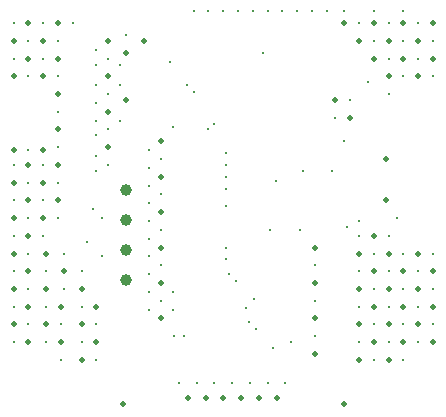
<source format=gbr>
%TF.GenerationSoftware,KiCad,Pcbnew,9.0.6*%
%TF.CreationDate,2026-01-08T09:33:58+01:00*%
%TF.ProjectId,Adapat_24pin_22pin,41646170-6174-45f3-9234-70696e5f3232,rev?*%
%TF.SameCoordinates,Original*%
%TF.FileFunction,Plated,1,4,PTH,Drill*%
%TF.FilePolarity,Positive*%
%FSLAX46Y46*%
G04 Gerber Fmt 4.6, Leading zero omitted, Abs format (unit mm)*
G04 Created by KiCad (PCBNEW 9.0.6) date 2026-01-08 09:33:58*
%MOMM*%
%LPD*%
G01*
G04 APERTURE LIST*
%TA.AperFunction,ViaDrill*%
%ADD10C,0.300000*%
%TD*%
%TA.AperFunction,ViaDrill*%
%ADD11C,0.500000*%
%TD*%
%TA.AperFunction,ComponentDrill*%
%ADD12C,1.000000*%
%TD*%
G04 APERTURE END LIST*
D10*
X17500000Y-18000000D03*
X17500000Y-21000000D03*
X17500000Y-30000000D03*
X17500000Y-33000000D03*
X17500000Y-36000000D03*
X17500000Y-39000000D03*
X17500000Y-42000000D03*
X17500000Y-45000000D03*
X18750000Y-19500000D03*
X18750000Y-22500000D03*
X18750000Y-28750000D03*
X18750000Y-31500000D03*
X18750000Y-34500000D03*
X18750000Y-37500000D03*
X18750000Y-40500000D03*
X18750000Y-43500000D03*
X20000000Y-18000000D03*
X20000000Y-21000000D03*
X20000000Y-30000000D03*
X20000000Y-33000000D03*
X20000000Y-36000000D03*
X20250000Y-39000000D03*
X20250000Y-42000000D03*
X20250000Y-45000000D03*
X21250000Y-19500000D03*
X21250000Y-22500000D03*
X21250000Y-25500000D03*
X21250000Y-28500000D03*
X21250000Y-31500000D03*
X21250000Y-34500000D03*
X21500000Y-43500000D03*
X21500000Y-46500000D03*
X21740000Y-37500000D03*
X21750000Y-40500000D03*
X22500000Y-18000000D03*
X23250000Y-39000000D03*
X23250000Y-42000000D03*
X23250000Y-45000000D03*
X23750000Y-36500000D03*
X24250000Y-33750000D03*
X24500000Y-20250000D03*
X24500000Y-21500000D03*
X24500000Y-23250000D03*
X24500000Y-24750000D03*
X24500000Y-26250000D03*
X24500000Y-27500000D03*
X24500000Y-29250000D03*
X24500000Y-30500000D03*
X24500000Y-43500000D03*
X24500000Y-46500000D03*
X25000000Y-34500000D03*
X25000000Y-37750000D03*
X25500000Y-21000000D03*
X25500000Y-24000000D03*
X25500000Y-27000000D03*
X25500000Y-30000000D03*
X26500000Y-21500000D03*
X26500000Y-23250000D03*
X26500000Y-26250000D03*
X27000000Y-19000000D03*
X29000000Y-28750000D03*
X29000000Y-30250000D03*
X29000000Y-31750000D03*
X29000000Y-33250000D03*
X29000000Y-34750000D03*
X29000000Y-36250000D03*
X29000000Y-37750000D03*
X29000000Y-39250000D03*
X29000000Y-40750000D03*
X29000000Y-42250000D03*
X30000000Y-29500000D03*
X30000000Y-32500000D03*
X30000000Y-35500000D03*
X30000000Y-38500000D03*
X30000000Y-41500000D03*
X30750000Y-21250000D03*
X31000000Y-26750000D03*
X31000000Y-40750000D03*
X31000000Y-42250000D03*
X31075000Y-44500000D03*
X31500000Y-48500000D03*
X31925000Y-44500000D03*
X32199479Y-23199479D03*
X32750000Y-17000000D03*
X32800521Y-23800521D03*
X33000000Y-48500000D03*
X34000000Y-17000000D03*
X34000000Y-27000000D03*
X34500000Y-26500000D03*
X34500000Y-48500000D03*
X35250000Y-17000000D03*
X35482999Y-29000000D03*
X35482999Y-30000000D03*
X35500000Y-31000000D03*
X35500000Y-32000000D03*
X35500000Y-33500000D03*
X35500000Y-37000000D03*
X35500000Y-38000000D03*
X35699479Y-39199479D03*
X36000000Y-48500000D03*
X36300521Y-39800521D03*
X36500000Y-17000000D03*
X37150000Y-42150000D03*
X37457149Y-43325236D03*
X37500000Y-48500000D03*
X37750000Y-17000000D03*
X37850000Y-41340000D03*
X38058191Y-43926278D03*
X38650000Y-20500000D03*
X39000000Y-17000000D03*
X39000000Y-48500000D03*
X39250000Y-35500000D03*
X39500000Y-45500000D03*
X39750000Y-31350000D03*
X40250000Y-17000000D03*
X40500000Y-48500000D03*
X41000000Y-45000000D03*
X41500000Y-17000000D03*
X41775000Y-35500000D03*
X42000000Y-30500000D03*
X42750000Y-17000000D03*
X43000000Y-38500000D03*
X43000000Y-41500000D03*
X43000000Y-44500000D03*
X44000000Y-17000000D03*
X44500000Y-30500000D03*
X44750000Y-26000000D03*
X45500000Y-17000000D03*
X45500000Y-28000000D03*
X45750000Y-35250000D03*
X46000000Y-24500000D03*
X46750000Y-18000000D03*
X46750000Y-34750000D03*
X46750000Y-36000000D03*
X46750000Y-39000000D03*
X46750000Y-42000000D03*
X46750000Y-45000000D03*
X47500000Y-23000000D03*
X48000000Y-17000000D03*
X48000000Y-19500000D03*
X48000000Y-37500000D03*
X48000000Y-40500000D03*
X48000000Y-43500000D03*
X48000000Y-46500000D03*
X49250000Y-18000000D03*
X49250000Y-21000000D03*
X49250000Y-24000000D03*
X49250000Y-36000000D03*
X49250000Y-39000000D03*
X49250000Y-42000000D03*
X49250000Y-45000000D03*
X50000000Y-34500000D03*
X50500000Y-17000000D03*
X50500000Y-19500000D03*
X50500000Y-22500000D03*
X50500000Y-37500000D03*
X50500000Y-40500000D03*
X50500000Y-43500000D03*
X50500000Y-46500000D03*
X51750000Y-18000000D03*
X51750000Y-21000000D03*
X51750000Y-39000000D03*
X51750000Y-42000000D03*
X51750000Y-45000000D03*
X53000000Y-19500000D03*
X53000000Y-22500000D03*
X53000000Y-37500000D03*
X53000000Y-40500000D03*
X53000000Y-43500000D03*
D11*
X17500000Y-19500000D03*
X17500000Y-22500000D03*
X17500000Y-28750000D03*
X17500000Y-31500000D03*
X17500000Y-34500000D03*
X17500000Y-37500000D03*
X17500000Y-40500000D03*
X17500000Y-43500000D03*
X18750000Y-18000000D03*
X18750000Y-21000000D03*
X18750000Y-30000000D03*
X18750000Y-33000000D03*
X18750000Y-36000000D03*
X18750000Y-39000000D03*
X18750000Y-42000000D03*
X18750000Y-45000000D03*
X20000000Y-19500000D03*
X20000000Y-22500000D03*
X20000000Y-28750000D03*
X20000000Y-31500000D03*
X20000000Y-34500000D03*
X20250000Y-37500000D03*
X20250000Y-40500000D03*
X20250000Y-43500000D03*
X21250000Y-18000000D03*
X21250000Y-21000000D03*
X21250000Y-24000000D03*
X21250000Y-27000000D03*
X21250000Y-30000000D03*
X21250000Y-33000000D03*
X21500000Y-42000000D03*
X21500000Y-45000000D03*
X21750000Y-39000000D03*
X23250000Y-40500000D03*
X23250000Y-43500000D03*
X23250000Y-46500000D03*
X24500000Y-42000000D03*
X24500000Y-45000000D03*
X25500000Y-19500000D03*
X25500000Y-22500000D03*
X25500000Y-25500000D03*
X25500000Y-28500000D03*
X26750000Y-50250000D03*
X27000000Y-20500000D03*
X27000000Y-24500000D03*
X28500000Y-19500000D03*
X30000000Y-28000000D03*
X30000000Y-31000000D03*
X30000000Y-34000000D03*
X30000000Y-37000000D03*
X30000000Y-40000000D03*
X30000000Y-43000000D03*
X32250000Y-49750000D03*
X33750000Y-49750000D03*
X35250000Y-49750000D03*
X36750000Y-49750000D03*
X38250000Y-49750000D03*
X39809597Y-49754438D03*
X43000000Y-37000000D03*
X43000000Y-40000000D03*
X43000000Y-43000000D03*
X43000000Y-46000000D03*
X44750000Y-24500000D03*
X45500000Y-18000000D03*
X45500000Y-50250000D03*
X46000000Y-26000000D03*
X46750000Y-19500000D03*
X46750000Y-37500000D03*
X46750000Y-40500000D03*
X46750000Y-43500000D03*
X46750000Y-46500000D03*
X48000000Y-18000000D03*
X48000000Y-21000000D03*
X48000000Y-36000000D03*
X48000000Y-39000000D03*
X48000000Y-42000000D03*
X48000000Y-45000000D03*
X49000000Y-29500000D03*
X49000000Y-33000000D03*
X49250000Y-19500000D03*
X49250000Y-22500000D03*
X49250000Y-37500000D03*
X49250000Y-40500000D03*
X49250000Y-43500000D03*
X49250000Y-46500000D03*
X50500000Y-18000000D03*
X50500000Y-21000000D03*
X50500000Y-39000000D03*
X50500000Y-42000000D03*
X50500000Y-45000000D03*
X51750000Y-19500000D03*
X51750000Y-22500000D03*
X51750000Y-37500000D03*
X51750000Y-40500000D03*
X51750000Y-43500000D03*
X53000000Y-18000000D03*
X53000000Y-21000000D03*
X53000000Y-39000000D03*
X53000000Y-42000000D03*
X53000000Y-45000000D03*
D12*
%TO.C,J3*%
X27000000Y-32150000D03*
X27000000Y-34690000D03*
X27000000Y-37230000D03*
X27000000Y-39770000D03*
M02*

</source>
